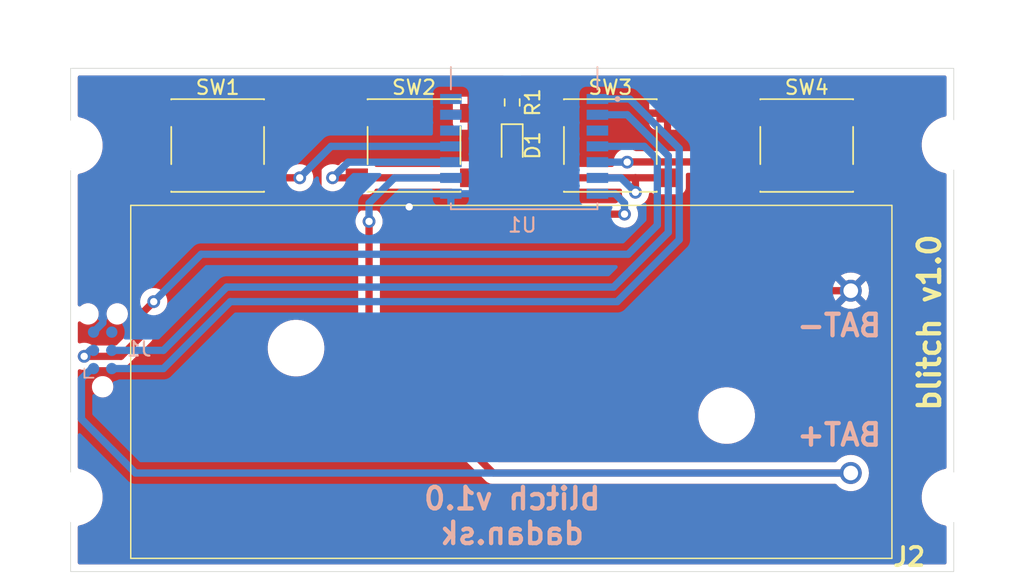
<source format=kicad_pcb>
(kicad_pcb (version 20240108) (generator "pcbnew") (generator_version "8.0")
  (layers (0 "F.Cu" signal) (31 "B.Cu" signal) (34 "B.Paste" user) (35 "F.Paste" user) (36 "B.SilkS" user "B.Silkscreen") (37 "F.SilkS" user "F.Silkscreen") (38 "B.Mask" user) (39 "F.Mask" user) (44 "Edge.Cuts" user))
  (net 0 "")
  (net 1 "+BATT")
  (net 2 "/nRST")
  (net 3 "/SWCLK")
  (net 4 "GND")
  (net 6 "/SWDIO")
  (net 11 "/LED")
  (net 12 "Net-(D1-K)")
  (net 13 "/SW1")
  (net 14 "/SW2")
  (net 15 "/SW3")
  (net 16 "/SW4")
  (footprint "lib:2468" (layer "F.Cu") (at 123.441 108.966)
    (property "Reference" "J2" (at 27.689 12.192 0) (layer "F.SilkS") (effects (font (size 1.27 1.27) (thickness 0.254))))
    (property "Value" "2468" (hide yes))
    (fp_line (start -26.49 -12.295) (end -26.49 12.295) (stroke (width 0.1)) (layer "F.SilkS"))
    (fp_line (start -26.49 12.295) (end 26.49 12.295) (stroke (width 0.1)) (layer "F.SilkS"))
    (fp_line (start 26.49 -12.295) (end -26.49 -12.295) (stroke (width 0.1)) (layer "F.SilkS"))
    (fp_line (start 26.49 12.295) (end 26.49 -12.295) (stroke (width 0.1)) (layer "F.SilkS"))
    (pad "" np_thru_hole circle (at -14.985 -2.35) (size 3.45 3.45) (drill 3.45) (layers "*.Cu" "*.Mask"))
    (pad "" np_thru_hole circle (at 14.985 2.35) (size 3.45 3.45) (drill 3.45) (layers "*.Cu" "*.Mask"))
    (pad "1" thru_hole circle (at 23.625 6.35) (size 1.53 1.53) (drill 1.02) (layers "*.Cu" "*.Mask") (net 1 "+BATT"))
    (pad "2" thru_hole circle (at 23.625 -6.35) (size 1.53 1.53) (drill 1.02) (layers "*.Cu" "*.Mask") (net 4 "GND"))
  )
  (footprint "Button_Switch_SMD:SW_SPST_PTS645" (layer "F.Cu") (at 116.666666 92.5)
    (property "Reference" "SW2" (at 0 -4.05 0) (layer "F.SilkS"))
    (property "Value" "SW_Push")
    (fp_line (start -3.23 -3.23) (end 3.23 -3.23) (stroke (width 0.12)) (layer "F.SilkS"))
    (fp_line (start -3.23 -3.2) (end -3.23 -3.23) (stroke (width 0.12)) (layer "F.SilkS"))
    (fp_line (start -3.23 -1.3) (end -3.23 1.3) (stroke (width 0.12)) (layer "F.SilkS"))
    (fp_line (start -3.23 3.23) (end -3.23 3.2) (stroke (width 0.12)) (layer "F.SilkS"))
    (fp_line (start -3.23 3.23) (end 3.23 3.23) (stroke (width 0.12)) (layer "F.SilkS"))
    (fp_line (start 3.23 -3.23) (end 3.23 -3.2) (stroke (width 0.12)) (layer "F.SilkS"))
    (fp_line (start 3.23 -1.3) (end 3.23 1.3) (stroke (width 0.12)) (layer "F.SilkS"))
    (fp_line (start 3.23 3.23) (end 3.23 3.2) (stroke (width 0.12)) (layer "F.SilkS"))
    (pad "1" smd rect (at -3.98 -2.25) (size 1.55 1.3) (layers "F.Cu" "F.Paste" "F.Mask") (net 4 "GND"))
    (pad "1" smd rect (at 3.98 -2.25) (size 1.55 1.3) (layers "F.Cu" "F.Paste" "F.Mask") (net 4 "GND"))
    (pad "2" smd rect (at -3.98 2.25) (size 1.55 1.3) (layers "F.Cu" "F.Paste" "F.Mask") (net 14 "/SW2"))
    (pad "2" smd rect (at 3.98 2.25) (size 1.55 1.3) (layers "F.Cu" "F.Paste" "F.Mask") (net 14 "/SW2"))
  )
  (footprint "MountingHole:MountingHole_3.5mm" (layer "F.Cu") (at 154 92.456)
    (property "Reference" "H1" (hide yes))
    (property "Value" "MountingHole")
    (pad "" np_thru_hole circle (at 0 0) (size 3.5 3.5) (drill 3.5) (layers "*.Cu" "*.Mask"))
  )
  (footprint "Resistor_SMD:R_0603_1608Metric" (layer "F.Cu") (at 123.5 89.5 -90)
    (property "Reference" "R1" (at 0 -1.43 90) (layer "F.SilkS"))
    (property "Value" "R")
    (fp_line (start -0.237258 0.5225) (end 0.237258 0.5225) (stroke (width 0.12)) (layer "F.SilkS"))
    (fp_line (start -0.237258 -0.5225) (end 0.237258 -0.5225) (stroke (width 0.12)) (layer "F.SilkS"))
    (pad "1" smd roundrect (at -0.825 0 270) (size 0.8 0.95) (layers "F.Cu" "F.Paste" "F.Mask") (net 4 "GND"))
    (pad "2" smd roundrect (at 0.825 0 270) (size 0.8 0.95) (layers "F.Cu" "F.Paste" "F.Mask") (net 12 "Net-(D1-K)"))
  )
  (footprint "MountingHole:MountingHole_3.5mm" (layer "F.Cu") (at 154 117)
    (property "Reference" "H2" (hide yes))
    (property "Value" "MountingHole")
    (pad "" np_thru_hole circle (at 0 0) (size 3.5 3.5) (drill 3.5) (layers "*.Cu" "*.Mask"))
  )
  (footprint "Button_Switch_SMD:SW_SPST_PTS645" (layer "F.Cu") (at 103 92.5)
    (property "Reference" "SW1" (at 0 -4.05 0) (layer "F.SilkS"))
    (property "Value" "SW_Push")
    (fp_line (start -3.23 -3.23) (end 3.23 -3.23) (stroke (width 0.12)) (layer "F.SilkS"))
    (fp_line (start -3.23 -3.2) (end -3.23 -3.23) (stroke (width 0.12)) (layer "F.SilkS"))
    (fp_line (start -3.23 -1.3) (end -3.23 1.3) (stroke (width 0.12)) (layer "F.SilkS"))
    (fp_line (start -3.23 3.23) (end -3.23 3.2) (stroke (width 0.12)) (layer "F.SilkS"))
    (fp_line (start -3.23 3.23) (end 3.23 3.23) (stroke (width 0.12)) (layer "F.SilkS"))
    (fp_line (start 3.23 -3.23) (end 3.23 -3.2) (stroke (width 0.12)) (layer "F.SilkS"))
    (fp_line (start 3.23 -1.3) (end 3.23 1.3) (stroke (width 0.12)) (layer "F.SilkS"))
    (fp_line (start 3.23 3.23) (end 3.23 3.2) (stroke (width 0.12)) (layer "F.SilkS"))
    (pad "1" smd rect (at -3.98 -2.25) (size 1.55 1.3) (layers "F.Cu" "F.Paste" "F.Mask") (net 4 "GND"))
    (pad "1" smd rect (at 3.98 -2.25) (size 1.55 1.3) (layers "F.Cu" "F.Paste" "F.Mask") (net 4 "GND"))
    (pad "2" smd rect (at -3.98 2.25) (size 1.55 1.3) (layers "F.Cu" "F.Paste" "F.Mask") (net 13 "/SW1"))
    (pad "2" smd rect (at 3.98 2.25) (size 1.55 1.3) (layers "F.Cu" "F.Paste" "F.Mask") (net 13 "/SW1"))
  )
  (footprint "Button_Switch_SMD:SW_SPST_PTS645" (layer "F.Cu") (at 144 92.5)
    (property "Reference" "SW4" (at 0 -4.05 0) (layer "F.SilkS"))
    (property "Value" "SW_Push")
    (fp_line (start -3.23 -3.23) (end 3.23 -3.23) (stroke (width 0.12)) (layer "F.SilkS"))
    (fp_line (start -3.23 -3.2) (end -3.23 -3.23) (stroke (width 0.12)) (layer "F.SilkS"))
    (fp_line (start -3.23 -1.3) (end -3.23 1.3) (stroke (width 0.12)) (layer "F.SilkS"))
    (fp_line (start -3.23 3.23) (end -3.23 3.2) (stroke (width 0.12)) (layer "F.SilkS"))
    (fp_line (start -3.23 3.23) (end 3.23 3.23) (stroke (width 0.12)) (layer "F.SilkS"))
    (fp_line (start 3.23 -3.23) (end 3.23 -3.2) (stroke (width 0.12)) (layer "F.SilkS"))
    (fp_line (start 3.23 -1.3) (end 3.23 1.3) (stroke (width 0.12)) (layer "F.SilkS"))
    (fp_line (start 3.23 3.23) (end 3.23 3.2) (stroke (width 0.12)) (layer "F.SilkS"))
    (pad "1" smd rect (at -3.98 -2.25) (size 1.55 1.3) (layers "F.Cu" "F.Paste" "F.Mask") (net 4 "GND"))
    (pad "1" smd rect (at 3.98 -2.25) (size 1.55 1.3) (layers "F.Cu" "F.Paste" "F.Mask") (net 4 "GND"))
    (pad "2" smd rect (at -3.98 2.25) (size 1.55 1.3) (layers "F.Cu" "F.Paste" "F.Mask") (net 16 "/SW4"))
    (pad "2" smd rect (at 3.98 2.25) (size 1.55 1.3) (layers "F.Cu" "F.Paste" "F.Mask") (net 16 "/SW4"))
  )
  (footprint "MountingHole:MountingHole_3.5mm" (layer "F.Cu") (at 93 117)
    (property "Reference" "H3" (hide yes))
    (property "Value" "MountingHole")
    (pad "" np_thru_hole circle (at 0 0) (size 3.5 3.5) (drill 3.5) (layers "*.Cu" "*.Mask"))
  )
  (footprint "MountingHole:MountingHole_3.5mm" (layer "F.Cu") (at 93 92.5)
    (property "Reference" "H4" (hide yes))
    (property "Value" "MountingHole")
    (pad "" np_thru_hole circle (at 0 0) (size 3.5 3.5) (drill 3.5) (layers "*.Cu" "*.Mask"))
  )
  (footprint "LED_SMD:LED_0603_1608Metric" (layer "F.Cu") (at 123.5 92.5 -90)
    (property "Reference" "D1" (at 0 -1.43 90) (layer "F.SilkS"))
    (property "Value" "LED")
    (fp_line (start -1.485 0.735) (end 0.8 0.735) (stroke (width 0.12)) (layer "F.SilkS"))
    (fp_line (start -1.485 -0.735) (end -1.485 0.735) (stroke (width 0.12)) (layer "F.SilkS"))
    (fp_line (start 0.8 -0.735) (end -1.485 -0.735) (stroke (width 0.12)) (layer "F.SilkS"))
    (pad "1" smd roundrect (at -0.7875 0 270) (size 0.875 0.95) (layers "F.Cu" "F.Paste" "F.Mask") (net 12 "Net-(D1-K)"))
    (pad "2" smd roundrect (at 0.7875 0 270) (size 0.875 0.95) (layers "F.Cu" "F.Paste" "F.Mask") (net 11 "/LED"))
  )
  (footprint "Button_Switch_SMD:SW_SPST_PTS645" (layer "F.Cu") (at 130.333332 92.5)
    (property "Reference" "SW3" (at 0 -4.05 0) (layer "F.SilkS"))
    (property "Value" "SW_Push")
    (fp_line (start -3.23 -3.23) (end 3.23 -3.23) (stroke (width 0.12)) (layer "F.SilkS"))
    (fp_line (start -3.23 -3.2) (end -3.23 -3.23) (stroke (width 0.12)) (layer "F.SilkS"))
    (fp_line (start -3.23 -1.3) (end -3.23 1.3) (stroke (width 0.12)) (layer "F.SilkS"))
    (fp_line (start -3.23 3.23) (end -3.23 3.2) (stroke (width 0.12)) (layer "F.SilkS"))
    (fp_line (start -3.23 3.23) (end 3.23 3.23) (stroke (width 0.12)) (layer "F.SilkS"))
    (fp_line (start 3.23 -3.23) (end 3.23 -3.2) (stroke (width 0.12)) (layer "F.SilkS"))
    (fp_line (start 3.23 -1.3) (end 3.23 1.3) (stroke (width 0.12)) (layer "F.SilkS"))
    (fp_line (start 3.23 3.23) (end 3.23 3.2) (stroke (width 0.12)) (layer "F.SilkS"))
    (pad "1" smd rect (at -3.98 -2.25) (size 1.55 1.3) (layers "F.Cu" "F.Paste" "F.Mask") (net 4 "GND"))
    (pad "1" smd rect (at 3.98 -2.25) (size 1.55 1.3) (layers "F.Cu" "F.Paste" "F.Mask") (net 4 "GND"))
    (pad "2" smd rect (at -3.98 2.25) (size 1.55 1.3) (layers "F.Cu" "F.Paste" "F.Mask") (net 15 "/SW3"))
    (pad "2" smd rect (at 3.98 2.25) (size 1.55 1.3) (layers "F.Cu" "F.Paste" "F.Mask") (net 15 "/SW3"))
  )
  (footprint "Connector:Tag-Connect_TC2030-IDC-NL_2x03_P1.27mm_Vertical" (layer "B.Cu") (at 94.996 106.77 90)
    (property "Reference" "J1" (at 0.09 2.54 0) (layer "B.SilkS") (effects (justify mirror)))
    (property "Value" "Conn_ARM_SWD_TagConnect_TC2030-NL")
    (fp_line (start -1.905 -1.27) (end -1.27 -1.27) (stroke (width 0.12)) (layer "B.SilkS"))
    (fp_line (start -1.905 -0.635) (end -1.905 -1.27) (stroke (width 0.12)) (layer "B.SilkS"))
    (pad "" np_thru_hole circle (at -2.54 0 90) (size 0.9906 0.9906) (drill 0.9906) (layers "*.Cu" "*.Mask"))
    (pad "" np_thru_hole circle (at 2.54 -1.016 90) (size 0.9906 0.9906) (drill 0.9906) (layers "*.Cu" "*.Mask"))
    (pad "" np_thru_hole circle (at 2.54 1.016 90) (size 0.9906 0.9906) (drill 0.9906) (layers "*.Cu" "*.Mask"))
    (pad "1" connect circle (at -1.27 -0.635 90) (size 0.7874 0.7874) (layers "B.Cu" "B.Mask") (net 1 "+BATT"))
    (pad "2" connect circle (at -1.27 0.635 90) (size 0.7874 0.7874) (layers "B.Cu" "B.Mask") (net 6 "/SWDIO"))
    (pad "3" connect circle (at 0 -0.635 90) (size 0.7874 0.7874) (layers "B.Cu" "B.Mask") (net 2 "/nRST"))
    (pad "4" connect circle (at 0 0.635 90) (size 0.7874 0.7874) (layers "B.Cu" "B.Mask") (net 3 "/SWCLK"))
    (pad "5" connect circle (at 1.27 -0.635 90) (size 0.7874 0.7874) (layers "B.Cu" "B.Mask") (net 4 "GND"))
    (pad "6" connect circle (at 1.27 0.635 90) (size 0.7874 0.7874) (layers "B.Cu" "B.Mask"))
    (zone (net 0) (net_name "") (layer "B.Cu") (connect_pads (clearance 0)) (min_thickness 0.254)
      (keepout (tracks allowed) (vias not_allowed) (pads allowed) (copperpour not_allowed) (footprints not_allowed))
      (fill (thermal_gap 0.508) (thermal_bridge_width 0.508))
      (polygon (pts (xy 95.631 105.5) (xy 95.631 108.04) (xy 94.361 108.04) (xy 94.361 105.5)))
    )
  )
  (footprint "lib:XCVR_BC805M" (layer "B.Cu") (at 124.333 89.789 180)
    (property "Reference" "U1" (at 0.127 -8.255 180) (layer "B.SilkS") (effects (justify mirror)))
    (property "Value" "BC805M")
    (fp_line (start 5.1 1.2) (end 5.1 2.75) (stroke (width 0.127)) (layer "B.SilkS"))
    (fp_line (start 5.1 -6.74) (end 5.1 -7.15) (stroke (width 0.127)) (layer "B.SilkS"))
    (fp_line (start 5.1 -7.15) (end -5.1 -7.15) (stroke (width 0.127)) (layer "B.SilkS"))
    (fp_line (start -5.1 1.2) (end -5.1 2.75) (stroke (width 0.127)) (layer "B.SilkS"))
    (fp_line (start -5.1 -6.74) (end -5.1 -7.15) (stroke (width 0.127)) (layer "B.SilkS"))
    (fp_circle (center -6.5 0.53) (end -6.4 0.53) (stroke (width 0.2)) (fill none) (layer "B.SilkS"))
    (pad "1" smd rect (at -5.1 0.53 180) (size 1.5 0.7) (layers "B.Cu" "B.Paste" "B.Mask") (net 6 "/SWDIO"))
    (pad "2" smd rect (at -5.1 -0.57 180) (size 1.5 0.7) (layers "B.Cu" "B.Paste" "B.Mask") (net 3 "/SWCLK"))
    (pad "3" smd rect (at -5.1 -1.67 180) (size 1.5 0.7) (layers "B.Cu" "B.Paste" "B.Mask"))
    (pad "4" smd rect (at -5.1 -2.77 180) (size 1.5 0.7) (layers "B.Cu" "B.Paste" "B.Mask") (net 2 "/nRST"))
    (pad "5" smd rect (at -5.1 -3.87 180) (size 1.5 0.7) (layers "B.Cu" "B.Paste" "B.Mask") (net 16 "/SW4"))
    (pad "6" smd rect (at -5.1 -4.97 180) (size 1.5 0.7) (layers "B.Cu" "B.Paste" "B.Mask") (net 15 "/SW3"))
    (pad "7" smd rect (at -5.1 -6.07 180) (size 1.5 0.7) (layers "B.Cu" "B.Paste" "B.Mask") (net 11 "/LED"))
    (pad "8" smd rect (at 5.1 -6.07 180) (size 1.5 0.7) (layers "B.Cu" "B.Paste" "B.Mask") (net 4 "GND"))
    (pad "9" smd rect (at 5.1 -4.97 180) (size 1.5 0.7) (layers "B.Cu" "B.Paste" "B.Mask") (net 1 "+BATT"))
    (pad "10" smd rect (at 5.1 -3.87 180) (size 1.5 0.7) (layers "B.Cu" "B.Paste" "B.Mask") (net 14 "/SW2"))
    (pad "11" smd rect (at 5.1 -2.77 180) (size 1.5 0.7) (layers "B.Cu" "B.Paste" "B.Mask") (net 13 "/SW1"))
    (pad "12" smd rect (at 5.1 -1.67 180) (size 1.5 0.7) (layers "B.Cu" "B.Paste" "B.Mask"))
    (pad "13" smd rect (at 5.1 -0.57 180) (size 1.5 0.7) (layers "B.Cu" "B.Paste" "B.Mask"))
    (pad "14" smd rect (at 5.1 0.53 180) (size 1.5 0.7) (layers "B.Cu" "B.Paste" "B.Mask"))
  )
  (gr_rect (start 92.765 87.122) (end 154.234 122.182) (stroke (width 0.05)) (fill none) (layer "Edge.Cuts"))
  (gr_text "blitch v1.0\ndadan.sk" (at 123.499999 120.396 0) (layer "B.SilkS") (effects (font (size 1.5 1.5) (thickness 0.3)) (justify bottom mirror)))
  (gr_text "BAT-" (at 149.352 105.918 0) (layer "B.SilkS") (effects (font (size 1.5 1.5) (thickness 0.3) (bold yes)) (justify left bottom mirror)))
  (gr_text "BAT+" (at 149.352 113.538 0) (layer "B.SilkS") (effects (font (size 1.5 1.5) (thickness 0.3) (bold yes)) (justify left bottom mirror)))
  (gr_text "blitch v1.0" (at 153.416 111.135142 90) (layer "F.SilkS") (effects (font (size 1.5 1.5) (thickness 0.3) (bold yes)) (justify left bottom)))
  (segment (start 122.174 115.316) (end 113.538 106.68) (width 0.508) (layer "F.Cu") (net 1))
  (segment (start 147.066 115.316) (end 122.174 115.316) (width 0.508) (layer "F.Cu") (net 1))
  (segment (start 113.538 106.68) (end 113.538 97.79) (width 0.508) (layer "F.Cu") (net 1))
  (via (at 113.538 97.79) (size 0.889) (drill 0.508) (layers "F.Cu" "B.Cu") (net 1))
  (segment (start 147.066 115.316) (end 97.282 115.316) (width 0.508) (layer "B.Cu") (net 1))
  (segment (start 115.299 94.759) (end 113.538 96.52) (width 0.508) (layer "B.Cu") (net 1))
  (segment (start 93.519 111.553) (end 93.519 108.751) (width 0.508) (layer "B.Cu") (net 1))
  (segment (start 119.233 94.759) (end 115.299 94.759) (width 0.508) (layer "B.Cu") (net 1))
  (segment (start 93.519 108.751) (end 94.23 108.04) (width 0.508) (layer "B.Cu") (net 1))
  (segment (start 113.538 96.52) (end 113.538 97.79) (width 0.508) (layer "B.Cu") (net 1))
  (segment (start 97.282 115.316) (end 93.519 111.553) (width 0.508) (layer "B.Cu") (net 1))
  (segment (start 97.79 105.664) (end 97.79 104.14) (width 0.508) (layer "F.Cu") (net 2))
  (segment (start 96.266 107.188) (end 97.79 105.664) (width 0.508) (layer "F.Cu") (net 2))
  (segment (start 97.79 104.14) (end 98.552 103.378) (width 0.508) (layer "F.Cu") (net 2))
  (segment (start 93.7095 107.188) (end 96.266 107.188) (width 0.508) (layer "F.Cu") (net 2))
  (via (at 98.552 103.378) (size 0.889) (drill 0.508) (layers "F.Cu" "B.Cu") (net 2))
  (via (at 93.7095 107.188) (size 0.889) (drill 0.508) (layers "F.Cu" "B.Cu") (net 2))
  (segment (start 133.604 93.472) (end 133.604 98.044) (width 0.508) (layer "B.Cu") (net 2))
  (segment (start 94.23 106.684) (end 94.234 106.68) (width 0.508) (layer "B.Cu") (net 2))
  (segment (start 94.1275 106.77) (end 93.7095 107.188) (width 0.508) (layer "B.Cu") (net 2))
  (segment (start 132.691 92.559) (end 133.604 93.472) (width 0.508) (layer "B.Cu") (net 2))
  (segment (start 94.23 106.77) (end 94.23 106.684) (width 0.508) (layer "B.Cu") (net 2))
  (segment (start 133.604 98.044) (end 131.572 100.076) (width 0.508) (layer "B.Cu") (net 2))
  (segment (start 94.361 106.77) (end 94.1275 106.77) (width 0.508) (layer "B.Cu") (net 2))
  (segment (start 131.572 100.076) (end 101.854 100.076) (width 0.508) (layer "B.Cu") (net 2))
  (segment (start 129.433 92.559) (end 132.691 92.559) (width 0.508) (layer "B.Cu") (net 2))
  (segment (start 101.854 100.076) (end 98.552 103.378) (width 0.508) (layer "B.Cu") (net 2))
  (segment (start 103.632 102.362) (end 99.224 106.77) (width 0.508) (layer "B.Cu") (net 3))
  (segment (start 134.366 98.552) (end 130.556 102.362) (width 0.508) (layer "B.Cu") (net 3))
  (segment (start 134.366 93.218) (end 134.366 98.552) (width 0.508) (layer "B.Cu") (net 3))
  (segment (start 129.433 90.359) (end 131.507 90.359) (width 0.508) (layer "B.Cu") (net 3))
  (segment (start 131.507 90.359) (end 134.366 93.218) (width 0.508) (layer "B.Cu") (net 3))
  (segment (start 99.224 106.77) (end 95.5 106.77) (width 0.508) (layer "B.Cu") (net 3))
  (segment (start 130.556 102.362) (end 103.632 102.362) (width 0.508) (layer "B.Cu") (net 3))
  (segment (start 109.982 96.012) (end 110.744 96.774) (width 0.508) (layer "F.Cu") (net 4))
  (segment (start 123.5 88.675) (end 126.013 88.675) (width 0.508) (layer "F.Cu") (net 4))
  (segment (start 117.856 102.616) (end 116.332 101.092) (width 0.508) (layer "F.Cu") (net 4))
  (segment (start 99.02 90.25) (end 106.98 90.25) (width 0.508) (layer "F.Cu") (net 4))
  (segment (start 110.744 96.774) (end 116.332 96.774) (width 0.508) (layer "F.Cu") (net 4))
  (segment (start 120.646666 89.157334) (end 120.646666 90.25) (width 0.508) (layer "F.Cu") (net 4))
  (segment (start 126.353332 90.25) (end 134.313332 90.25) (width 0.508) (layer "F.Cu") (net 4))
  (segment (start 140.02 90.25) (end 134.313332 90.25) (width 0.508) (layer "F.Cu") (net 4))
  (segment (start 116.332 101.092) (end 116.332 96.774) (width 0.508) (layer "F.Cu") (net 4))
  (segment (start 109.982 90.25) (end 112.686666 90.25) (width 0.508) (layer "F.Cu") (net 4))
  (segment (start 147.98 90.25) (end 140.02 90.25) (width 0.508) (layer "F.Cu") (net 4))
  (segment (start 109.474 90.25) (end 109.982 90.25) (width 0.508) (layer "F.Cu") (net 4))
  (segment (start 112.686666 90.25) (end 120.646666 90.25) (width 0.508) (layer "F.Cu") (net 4))
  (segment (start 106.98 90.25) (end 109.474 90.25) (width 0.508) (layer "F.Cu") (net 4))
  (segment (start 126.013 88.675) (end 126.353332 89.015332) (width 0.508) (layer "F.Cu") (net 4))
  (segment (start 126.353332 89.015332) (end 126.353332 90.25) (width 0.508) (layer "F.Cu") (net 4))
  (segment (start 147.066 102.616) (end 117.856 102.616) (width 0.508) (layer "F.Cu") (net 4))
  (segment (start 109.982 90.25) (end 109.982 96.012) (width 0.508) (layer "F.Cu") (net 4))
  (segment (start 123.5 88.675) (end 121.129 88.675) (width 0.508) (layer "F.Cu") (net 4))
  (segment (start 121.129 88.675) (end 120.646666 89.157334) (width 0.508) (layer "F.Cu") (net 4))
  (via (at 116.332 96.774) (size 0.889) (drill 0.508) (layers "F.Cu" "B.Cu") (net 4))
  (segment (start 97.028 99.06) (end 115.316 99.06) (width 0.508) (layer "B.Cu") (net 4))
  (segment (start 95.0127 104.8483) (end 95.0127 101.0753) (width 0.508) (layer "B.Cu") (net 4))
  (segment (start 119.233 95.859) (end 117.247 95.859) (width 0.508) (layer "B.Cu") (net 4))
  (segment (start 115.316 99.06) (end 116.332 98.044) (width 0.508) (layer "B.Cu") (net 4))
  (segment (start 95.0127 101.0753) (end 97.028 99.06) (width 0.508) (layer "B.Cu") (net 4))
  (segment (start 117.247 95.859) (end 116.332 96.774) (width 0.508) (layer "B.Cu") (net 4))
  (segment (start 94.361 105.5) (end 95.0127 104.8483) (width 0.508) (layer "B.Cu") (net 4))
  (segment (start 116.332 98.044) (end 116.332 96.774) (width 0.508) (layer "B.Cu") (net 4))
  (segment (start 130.81 103.378) (end 103.886 103.378) (width 0.508) (layer "B.Cu") (net 6))
  (segment (start 99.224 108.04) (end 95.5 108.04) (width 0.508) (layer "B.Cu") (net 6))
  (segment (start 103.886 103.378) (end 99.224 108.04) (width 0.508) (layer "B.Cu") (net 6))
  (segment (start 131.677 89.259) (end 135.128 92.71) (width 0.508) (layer "B.Cu") (net 6))
  (segment (start 135.128 99.06) (end 130.81 103.378) (width 0.508) (layer "B.Cu") (net 6))
  (segment (start 129.433 89.259) (end 131.677 89.259) (width 0.508) (layer "B.Cu") (net 6))
  (segment (start 135.128 92.71) (end 135.128 99.06) (width 0.508) (layer "B.Cu") (net 6))
  (segment (start 123.5 96.322) (end 124.46 97.282) (width 0.508) (layer "F.Cu") (net 11))
  (segment (start 123.5 93.2875) (end 123.5 96.322) (width 0.508) (layer "F.Cu") (net 11))
  (segment (start 124.46 97.282) (end 131.318 97.282) (width 0.508) (layer "F.Cu") (net 11))
  (via (at 131.318 97.282) (size 0.889) (drill 0.508) (layers "F.Cu" "B.Cu") (net 11))
  (segment (start 131.318 96.52) (end 131.318 97.282) (width 0.508) (layer "B.Cu") (net 11))
  (segment (start 130.657 95.859) (end 131.318 96.52) (width 0.508) (layer "B.Cu") (net 11))
  (segment (start 129.433 95.859) (end 130.657 95.859) (width 0.508) (layer "B.Cu") (net 11))
  (segment (start 123.5 91.7125) (end 123.5 90.325) (width 0.508) (layer "F.Cu") (net 12))
  (segment (start 108.712 94.75) (end 106.98 94.75) (width 0.508) (layer "F.Cu") (net 13))
  (segment (start 99.02 94.75) (end 106.98 94.75) (width 0.508) (layer "F.Cu") (net 13))
  (via (at 108.712 94.75) (size 0.889) (drill 0.508) (layers "F.Cu" "B.Cu") (net 13))
  (segment (start 110.895 92.559) (end 119.233 92.559) (width 0.508) (layer "B.Cu") (net 13))
  (segment (start 108.712 94.742) (end 110.895 92.559) (width 0.508) (layer "B.Cu") (net 13))
  (segment (start 108.712 94.75) (end 108.712 94.742) (width 0.508) (layer "B.Cu") (net 13))
  (segment (start 112.686666 94.75) (end 120.646666 94.75) (width 0.508) (layer "F.Cu") (net 14))
  (segment (start 112.686666 94.75) (end 110.998 94.75) (width 0.508) (layer "F.Cu") (net 14))
  (via (at 110.998 94.75) (size 0.889) (drill 0.508) (layers "F.Cu" "B.Cu") (net 14))
  (segment (start 110.998 94.75) (end 112.089 93.659) (width 0.508) (layer "B.Cu") (net 14))
  (segment (start 112.089 93.659) (end 119.233 93.659) (width 0.508) (layer "B.Cu") (net 14))
  (segment (start 132.08 94.75) (end 134.313332 94.75) (width 0.508) (layer "F.Cu") (net 15))
  (segment (start 126.353332 94.75) (end 132.08 94.75) (width 0.508) (layer "F.Cu") (net 15))
  (segment (start 132.08 94.75) (end 132.08 95.758) (width 0.508) (layer "F.Cu") (net 15))
  (via (at 132.08 95.758) (size 0.889) (drill 0.508) (layers "F.Cu" "B.Cu") (net 15))
  (segment (start 129.433 94.759) (end 131.081 94.759) (width 0.508) (layer "B.Cu") (net 15))
  (segment (start 131.081 94.759) (end 132.08 95.758) (width 0.508) (layer "B.Cu") (net 15))
  (segment (start 140.02 94.75) (end 147.98 94.75) (width 0.508) (layer "F.Cu") (net 16))
  (segment (start 137.08 93.646) (end 131.518 93.646) (width 0.508) (layer "F.Cu") (net 16))
  (segment (start 140.02 94.75) (end 138.184 94.75) (width 0.508) (layer "F.Cu") (net 16))
  (segment (start 138.184 94.75) (end 137.08 93.646) (width 0.508) (layer "F.Cu") (net 16))
  (segment (start 131.518 93.646) (end 131.505 93.659) (width 0.508) (layer "F.Cu") (net 16))
  (via (at 131.505 93.659) (size 0.889) (drill 0.508) (layers "F.Cu" "B.Cu") (net 16))
  (segment (start 131.572 93.726) (end 131.505 93.659) (width 0.508) (layer "B.Cu") (net 16))
  (segment (start 129.433 93.659) (end 131.505 93.659) (width 0.508) (layer "B.Cu") (net 16))
  (zone (net 4) (net_name "GND") (layers "F&B.Cu") (connect_pads (clearance 0.5)) (min_thickness 0.25) (fill yes (thermal_gap 0.5) (thermal_bridge_width 0.5))
    (polygon (pts (xy 154.178 87.122) (xy 92.71 87.122) (xy 92.71 122.174) (xy 154.432 122.174)))
  )
)
</source>
